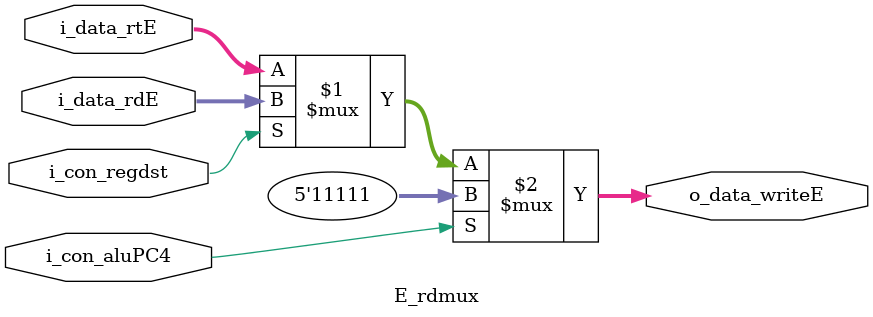
<source format=sv>
`timescale 1ns / 1ps
module E_rdmux
              (input  [4:0] i_data_rtE,i_data_rdE, 
               input        i_con_regdst, i_con_aluPC4,//******
               output [4:0] o_data_writeE);

  assign o_data_writeE = i_con_aluPC4 ? 5'b11111:
  						 i_con_regdst ? i_data_rdE : i_data_rtE; 

endmodule
                     


</source>
